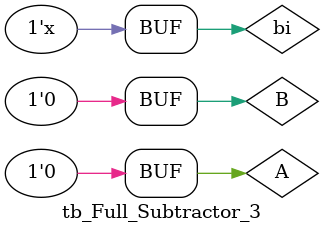
<source format=v>
module Full_Subtractor_3(output D, b0, input A, B, bi);
  assign D = A^B^bi;
  assign b0 = ((~A)&B|(B&bi)|((~A)&bi));
endmodule
  


// Code your testbench here
// or browse Examples
module tb_Full_Subtractor_3;
  reg A,B,bi;
  wire D,b0;
  Full_Subtractor_3 DUT(D,b0,A,B,bi);
  initial begin 
    A=1'b0; B=1'b0; bi=1'b0;
    #5 A=1'b0; B=1'b0; bi=1'b1;
    #5 A=1'b0; B=1'b1; bi=1'b0;
    #5 A=1'b0; B=1'b1; bi=1'b1;
    #5 A=1'b1; B=1'b0; bi=1'b0;
    #5 A=1'b1; B=1'b0; bi=1'b1;
    #5 A=1'b1; B=1'b1; bi=1'b0;
    #5 A=1'b1; B=1'b1; bi=1'b1;
    #5 A=1'b0; B=1'b0; bi=1'bx;
    #5 A=1'b0; B=1'b0; bi=1'bz;
  end
  initial  begin
    $monitor("for A=%b B=%b cin=%b  difffernce = %b borrow= %b",A,B,bi,D,b0 );
  end
endmodule

</source>
